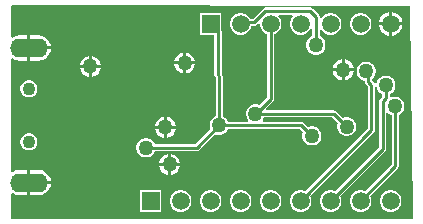
<source format=gbl>
G04*
G04 #@! TF.GenerationSoftware,Altium Limited,Altium Designer,21.6.1 (37)*
G04*
G04 Layer_Physical_Order=2*
G04 Layer_Color=16711680*
%FSLAX44Y44*%
%MOMM*%
G71*
G04*
G04 #@! TF.SameCoordinates,C135475F-75A8-4638-86A0-0441CF34CE4C*
G04*
G04*
G04 #@! TF.FilePolarity,Positive*
G04*
G01*
G75*
%ADD32C,0.2540*%
%ADD33C,1.1000*%
%ADD34O,3.2000X1.6000*%
%ADD35R,1.5000X1.5000*%
%ADD36C,1.5000*%
%ADD37C,1.2700*%
G36*
X593000Y435000D02*
X595000Y257000D01*
Y255000D01*
X255000D01*
Y276150D01*
X256139Y276712D01*
X256684Y276293D01*
X259249Y275231D01*
X262000Y274869D01*
X268730D01*
Y285500D01*
Y296131D01*
X262000D01*
X259249Y295769D01*
X256684Y294707D01*
X256139Y294288D01*
X255000Y294850D01*
Y390150D01*
X256139Y390712D01*
X256684Y390293D01*
X259249Y389231D01*
X262000Y388869D01*
X268730D01*
Y399500D01*
Y410131D01*
X262000D01*
X259249Y409769D01*
X256684Y408707D01*
X256139Y408288D01*
X255000Y408850D01*
Y435346D01*
X256270Y435999D01*
X593000Y435000D01*
D02*
G37*
%LPC*%
G36*
X508230Y433788D02*
X470139D01*
X468984Y433558D01*
X468005Y432904D01*
X459260Y424159D01*
X457410D01*
X456554Y425643D01*
X454843Y427354D01*
X452747Y428564D01*
X450410Y429190D01*
X447990D01*
X445653Y428564D01*
X443557Y427354D01*
X441846Y425643D01*
X440636Y423547D01*
X440010Y421210D01*
Y418790D01*
X440636Y416453D01*
X441846Y414357D01*
X443557Y412646D01*
X445653Y411436D01*
X447990Y410810D01*
X450410D01*
X452747Y411436D01*
X454843Y412646D01*
X456554Y414357D01*
X457764Y416453D01*
X458211Y418123D01*
X460510D01*
X461665Y418353D01*
X462644Y419007D01*
X464140Y420503D01*
X465410Y419977D01*
Y418790D01*
X466036Y416453D01*
X467246Y414357D01*
X468957Y412646D01*
X471053Y411436D01*
X471582Y411295D01*
Y357850D01*
X464957Y351225D01*
X464880Y351269D01*
X462835Y351817D01*
X460718D01*
X458674Y351269D01*
X456840Y350210D01*
X455343Y348713D01*
X454285Y346880D01*
X453737Y344835D01*
Y342718D01*
X454285Y340673D01*
X455343Y338840D01*
X455801Y338383D01*
X455275Y337113D01*
X438515D01*
X438492Y337198D01*
X437434Y339031D01*
X435937Y340528D01*
X434103Y341587D01*
X434018Y341609D01*
Y375794D01*
X433788Y376949D01*
X433134Y377928D01*
X433048Y378014D01*
Y413770D01*
X432990Y414062D01*
Y429190D01*
X414610D01*
Y410810D01*
X427012D01*
Y376764D01*
X427242Y375609D01*
X427896Y374630D01*
X427982Y374544D01*
Y341609D01*
X427897Y341587D01*
X426063Y340528D01*
X424566Y339031D01*
X423508Y337198D01*
X422960Y335153D01*
Y333036D01*
X423508Y330991D01*
X423552Y330915D01*
X410655Y318018D01*
X376515D01*
X376492Y318103D01*
X375434Y319937D01*
X373937Y321434D01*
X372103Y322492D01*
X370059Y323040D01*
X367942D01*
X365897Y322492D01*
X364063Y321434D01*
X362566Y319937D01*
X361508Y318103D01*
X360960Y316059D01*
Y313941D01*
X361508Y311897D01*
X362566Y310063D01*
X364063Y308566D01*
X365897Y307508D01*
X367942Y306960D01*
X370059D01*
X372103Y307508D01*
X373937Y308566D01*
X375434Y310063D01*
X376492Y311897D01*
X376515Y311982D01*
X411905D01*
X413060Y312212D01*
X414039Y312866D01*
X427820Y326647D01*
X427897Y326603D01*
X429941Y326055D01*
X432058D01*
X434103Y326603D01*
X435937Y327661D01*
X437434Y329158D01*
X438492Y330991D01*
X438515Y331077D01*
X499260D01*
X502054Y328283D01*
X502010Y328206D01*
X501462Y326161D01*
Y324044D01*
X502010Y322000D01*
X503069Y320166D01*
X504566Y318669D01*
X506399Y317611D01*
X508444Y317063D01*
X510561D01*
X512606Y317611D01*
X514439Y318669D01*
X515936Y320166D01*
X516994Y322000D01*
X517542Y324044D01*
Y326161D01*
X516994Y328206D01*
X515936Y330039D01*
X514439Y331536D01*
X512606Y332595D01*
X510561Y333143D01*
X508444D01*
X506399Y332595D01*
X506323Y332551D01*
X502645Y336229D01*
X501665Y336883D01*
X500510Y337113D01*
X468279D01*
X467753Y338383D01*
X468210Y338840D01*
X469269Y340673D01*
X469292Y340759D01*
X526973D01*
X531552Y336180D01*
X531508Y336103D01*
X530960Y334058D01*
Y331941D01*
X531508Y329897D01*
X532566Y328063D01*
X534063Y326566D01*
X535897Y325508D01*
X537942Y324960D01*
X540059D01*
X542103Y325508D01*
X543937Y326566D01*
X545434Y328063D01*
X546492Y329897D01*
X547040Y331941D01*
Y334058D01*
X546492Y336103D01*
X545434Y337937D01*
X543937Y339434D01*
X542103Y340492D01*
X540059Y341040D01*
X537942D01*
X535897Y340492D01*
X535820Y340448D01*
X530357Y345911D01*
X529378Y346565D01*
X528223Y346795D01*
X470859D01*
X470333Y348065D01*
X476734Y354466D01*
X477388Y355445D01*
X477618Y356600D01*
Y411295D01*
X478147Y411436D01*
X480243Y412646D01*
X481954Y414357D01*
X483164Y416453D01*
X483790Y418790D01*
Y421210D01*
X483164Y423547D01*
X481954Y425643D01*
X481115Y426482D01*
X481641Y427752D01*
X492959D01*
X493485Y426482D01*
X492646Y425643D01*
X491436Y423547D01*
X490810Y421210D01*
Y418790D01*
X491436Y416453D01*
X492646Y414357D01*
X494357Y412646D01*
X496453Y411436D01*
X498790Y410810D01*
X501210D01*
X503547Y411436D01*
X505643Y412646D01*
X507354Y414357D01*
X508564Y416453D01*
X508712Y417006D01*
X509982Y416839D01*
Y409515D01*
X509897Y409492D01*
X508063Y408434D01*
X506566Y406937D01*
X505508Y405103D01*
X504960Y403059D01*
Y400942D01*
X505508Y398897D01*
X506566Y397063D01*
X508063Y395566D01*
X509897Y394508D01*
X511941Y393960D01*
X514058D01*
X516103Y394508D01*
X517937Y395566D01*
X519434Y397063D01*
X520492Y398897D01*
X521040Y400942D01*
Y403059D01*
X520492Y405103D01*
X519434Y406937D01*
X517937Y408434D01*
X516103Y409492D01*
X516018Y409515D01*
Y415330D01*
X517288Y415671D01*
X518046Y414357D01*
X519757Y412646D01*
X521853Y411436D01*
X524190Y410810D01*
X526610D01*
X528947Y411436D01*
X531043Y412646D01*
X532754Y414357D01*
X533964Y416453D01*
X534590Y418790D01*
Y421210D01*
X533964Y423547D01*
X532754Y425643D01*
X531043Y427354D01*
X528947Y428564D01*
X526610Y429190D01*
X524190D01*
X521853Y428564D01*
X519757Y427354D01*
X518046Y425643D01*
X517288Y424329D01*
X516018Y424670D01*
Y426000D01*
X515788Y427155D01*
X515134Y428134D01*
X510364Y432904D01*
X509385Y433558D01*
X508230Y433788D01*
D02*
G37*
G36*
X577522Y430040D02*
X577470D01*
Y421270D01*
X586240D01*
Y421322D01*
X585556Y423875D01*
X584234Y426165D01*
X582365Y428034D01*
X580075Y429356D01*
X577522Y430040D01*
D02*
G37*
G36*
X574930D02*
X574878D01*
X572325Y429356D01*
X570035Y428034D01*
X568166Y426165D01*
X566844Y423875D01*
X566160Y421322D01*
Y421270D01*
X574930D01*
Y430040D01*
D02*
G37*
G36*
X552010Y429190D02*
X549590D01*
X547253Y428564D01*
X545157Y427354D01*
X543446Y425643D01*
X542236Y423547D01*
X541610Y421210D01*
Y418790D01*
X542236Y416453D01*
X543446Y414357D01*
X545157Y412646D01*
X547253Y411436D01*
X549590Y410810D01*
X552010D01*
X554347Y411436D01*
X556443Y412646D01*
X558154Y414357D01*
X559364Y416453D01*
X559990Y418790D01*
Y421210D01*
X559364Y423547D01*
X558154Y425643D01*
X556443Y427354D01*
X554347Y428564D01*
X552010Y429190D01*
D02*
G37*
G36*
X586240Y418730D02*
X577470D01*
Y409960D01*
X577522D01*
X580075Y410644D01*
X582365Y411966D01*
X584234Y413835D01*
X585556Y416125D01*
X586240Y418678D01*
Y418730D01*
D02*
G37*
G36*
X574930D02*
X566160D01*
Y418678D01*
X566844Y416125D01*
X568166Y413835D01*
X570035Y411966D01*
X572325Y410644D01*
X574878Y409960D01*
X574930D01*
Y418730D01*
D02*
G37*
G36*
X278000Y410131D02*
X271270D01*
Y400770D01*
X288464D01*
X288269Y402252D01*
X287207Y404815D01*
X285517Y407017D01*
X283316Y408707D01*
X280751Y409769D01*
X278000Y410131D01*
D02*
G37*
G36*
X288464Y398230D02*
X271270D01*
Y388869D01*
X278000D01*
X280751Y389231D01*
X283316Y390293D01*
X285517Y391983D01*
X287207Y394184D01*
X288269Y396749D01*
X288464Y398230D01*
D02*
G37*
G36*
X403026Y395668D02*
Y388075D01*
X410620D01*
X410041Y390236D01*
X408870Y392263D01*
X407215Y393919D01*
X405188Y395089D01*
X403026Y395668D01*
D02*
G37*
G36*
X400486D02*
X398325Y395089D01*
X396298Y393919D01*
X394643Y392263D01*
X393472Y390236D01*
X392893Y388075D01*
X400486D01*
Y395668D01*
D02*
G37*
G36*
X323270Y392863D02*
Y385270D01*
X330863D01*
X330284Y387431D01*
X329114Y389459D01*
X327459Y391114D01*
X325431Y392284D01*
X323270Y392863D01*
D02*
G37*
G36*
X320730D02*
X318569Y392284D01*
X316541Y391114D01*
X314886Y389459D01*
X313716Y387431D01*
X313137Y385270D01*
X320730D01*
Y392863D01*
D02*
G37*
G36*
X537270Y389863D02*
Y382270D01*
X544863D01*
X544284Y384431D01*
X543114Y386459D01*
X541459Y388114D01*
X539431Y389284D01*
X537270Y389863D01*
D02*
G37*
G36*
X534730D02*
X532569Y389284D01*
X530541Y388114D01*
X528886Y386459D01*
X527716Y384431D01*
X527137Y382270D01*
X534730D01*
Y389863D01*
D02*
G37*
G36*
X410620Y385535D02*
X403026D01*
Y377942D01*
X405188Y378521D01*
X407215Y379691D01*
X408870Y381346D01*
X410041Y383373D01*
X410620Y385535D01*
D02*
G37*
G36*
X400486D02*
X392893D01*
X393472Y383373D01*
X394643Y381346D01*
X396298Y379691D01*
X398325Y378521D01*
X400486Y377942D01*
Y385535D01*
D02*
G37*
G36*
X330863Y382730D02*
X323270D01*
Y375137D01*
X325431Y375716D01*
X327459Y376886D01*
X329114Y378541D01*
X330284Y380569D01*
X330863Y382730D01*
D02*
G37*
G36*
X320730D02*
X313137D01*
X313716Y380569D01*
X314886Y378541D01*
X316541Y376886D01*
X318569Y375716D01*
X320730Y375137D01*
Y382730D01*
D02*
G37*
G36*
X544863Y379730D02*
X537270D01*
Y372137D01*
X539431Y372716D01*
X541459Y373886D01*
X543114Y375541D01*
X544284Y377569D01*
X544863Y379730D01*
D02*
G37*
G36*
X534730D02*
X527137D01*
X527716Y377569D01*
X528886Y375541D01*
X530541Y373886D01*
X532569Y372716D01*
X534730Y372137D01*
Y379730D01*
D02*
G37*
G36*
X270947Y372190D02*
X269053D01*
X267225Y371700D01*
X265585Y370753D01*
X264247Y369415D01*
X263300Y367775D01*
X262810Y365947D01*
Y364053D01*
X263300Y362225D01*
X264247Y360585D01*
X265585Y359247D01*
X267225Y358300D01*
X269053Y357810D01*
X270947D01*
X272775Y358300D01*
X274415Y359247D01*
X275753Y360585D01*
X276700Y362225D01*
X277190Y364053D01*
Y365947D01*
X276700Y367775D01*
X275753Y369415D01*
X274415Y370753D01*
X272775Y371700D01*
X270947Y372190D01*
D02*
G37*
G36*
X386746Y341339D02*
Y333746D01*
X394339D01*
X393760Y335907D01*
X392590Y337934D01*
X390934Y339590D01*
X388907Y340760D01*
X386746Y341339D01*
D02*
G37*
G36*
X384206D02*
X382044Y340760D01*
X380017Y339590D01*
X378362Y337934D01*
X377192Y335907D01*
X376613Y333746D01*
X384206D01*
Y341339D01*
D02*
G37*
G36*
X394339Y331206D02*
X386746D01*
Y323613D01*
X388907Y324192D01*
X390934Y325362D01*
X392590Y327017D01*
X393760Y329044D01*
X394339Y331206D01*
D02*
G37*
G36*
X384206D02*
X376613D01*
X377192Y329044D01*
X378362Y327017D01*
X380017Y325362D01*
X382044Y324192D01*
X384206Y323613D01*
Y331206D01*
D02*
G37*
G36*
X270947Y327190D02*
X269053D01*
X267225Y326700D01*
X265585Y325753D01*
X264247Y324415D01*
X263300Y322775D01*
X262810Y320947D01*
Y319053D01*
X263300Y317225D01*
X264247Y315585D01*
X265585Y314247D01*
X267225Y313300D01*
X269053Y312810D01*
X270947D01*
X272775Y313300D01*
X274415Y314247D01*
X275753Y315585D01*
X276700Y317225D01*
X277190Y319053D01*
Y320947D01*
X276700Y322775D01*
X275753Y324415D01*
X274415Y325753D01*
X272775Y326700D01*
X270947Y327190D01*
D02*
G37*
G36*
X390270Y309863D02*
Y302270D01*
X397863D01*
X397284Y304431D01*
X396114Y306459D01*
X394459Y308114D01*
X392431Y309284D01*
X390270Y309863D01*
D02*
G37*
G36*
X387730D02*
X385569Y309284D01*
X383541Y308114D01*
X381886Y306459D01*
X380716Y304431D01*
X380137Y302270D01*
X387730D01*
Y309863D01*
D02*
G37*
G36*
X397863Y299730D02*
X390270D01*
Y292137D01*
X392431Y292716D01*
X394459Y293886D01*
X396114Y295541D01*
X397284Y297569D01*
X397863Y299730D01*
D02*
G37*
G36*
X387730D02*
X380137D01*
X380716Y297569D01*
X381886Y295541D01*
X383541Y293886D01*
X385569Y292716D01*
X387730Y292137D01*
Y299730D01*
D02*
G37*
G36*
X278000Y296131D02*
X271270D01*
Y286770D01*
X288464D01*
X288269Y288251D01*
X287207Y290816D01*
X285517Y293017D01*
X283316Y294707D01*
X280751Y295769D01*
X278000Y296131D01*
D02*
G37*
G36*
X556530Y387880D02*
X554413D01*
X552368Y387332D01*
X550535Y386274D01*
X549038Y384777D01*
X547980Y382943D01*
X547432Y380899D01*
Y378782D01*
X547980Y376737D01*
X549038Y374903D01*
X550535Y373406D01*
X552368Y372348D01*
X554398Y371804D01*
Y370994D01*
X554627Y369839D01*
X555282Y368860D01*
X556982Y367160D01*
Y331250D01*
X504022Y278290D01*
X503547Y278564D01*
X501210Y279190D01*
X498790D01*
X496453Y278564D01*
X494357Y277354D01*
X492646Y275643D01*
X491436Y273547D01*
X490810Y271210D01*
Y268790D01*
X491436Y266453D01*
X492646Y264357D01*
X494357Y262646D01*
X496453Y261436D01*
X498790Y260810D01*
X501210D01*
X503547Y261436D01*
X505643Y262646D01*
X507354Y264357D01*
X508564Y266453D01*
X509190Y268790D01*
Y271210D01*
X508564Y273547D01*
X508290Y274022D01*
X562134Y327866D01*
X562788Y328845D01*
X563018Y330000D01*
Y366496D01*
X564288Y366663D01*
X564786Y364806D01*
X565844Y362973D01*
X567341Y361476D01*
X569174Y360417D01*
X569260Y360394D01*
Y358376D01*
X567386Y356502D01*
X566732Y355523D01*
X566502Y354368D01*
Y315370D01*
X529422Y278290D01*
X528947Y278564D01*
X526610Y279190D01*
X524190D01*
X521853Y278564D01*
X519757Y277354D01*
X518046Y275643D01*
X516836Y273547D01*
X516210Y271210D01*
Y268790D01*
X516836Y266453D01*
X518046Y264357D01*
X519757Y262646D01*
X521853Y261436D01*
X524190Y260810D01*
X526610D01*
X528947Y261436D01*
X531043Y262646D01*
X532754Y264357D01*
X533964Y266453D01*
X534590Y268790D01*
Y271210D01*
X533964Y273547D01*
X533690Y274022D01*
X571654Y311986D01*
X572308Y312965D01*
X572538Y314120D01*
Y344136D01*
X573808Y344662D01*
X574743Y343726D01*
X576577Y342668D01*
X576982Y342559D01*
Y300450D01*
X554822Y278290D01*
X554347Y278564D01*
X552010Y279190D01*
X549590D01*
X547253Y278564D01*
X545157Y277354D01*
X543446Y275643D01*
X542236Y273547D01*
X541610Y271210D01*
Y268790D01*
X542236Y266453D01*
X543446Y264357D01*
X545157Y262646D01*
X547253Y261436D01*
X549590Y260810D01*
X552010D01*
X554347Y261436D01*
X556443Y262646D01*
X558154Y264357D01*
X559364Y266453D01*
X559990Y268790D01*
Y271210D01*
X559364Y273547D01*
X559090Y274022D01*
X582134Y297066D01*
X582788Y298045D01*
X583018Y299200D01*
Y342803D01*
X584617Y343726D01*
X586114Y345223D01*
X587172Y347057D01*
X587720Y349101D01*
Y351218D01*
X587172Y353263D01*
X586114Y355097D01*
X584617Y356594D01*
X582783Y357652D01*
X580738Y358200D01*
X578621D01*
X576577Y357652D01*
X576566Y357646D01*
X575296Y358379D01*
Y360394D01*
X575381Y360417D01*
X577214Y361476D01*
X578711Y362973D01*
X579770Y364806D01*
X580318Y366851D01*
Y368968D01*
X579770Y371012D01*
X578711Y372846D01*
X577214Y374343D01*
X575381Y375401D01*
X573336Y375949D01*
X571219D01*
X569174Y375401D01*
X567341Y374343D01*
X565844Y372846D01*
X564786Y371012D01*
X564238Y368968D01*
Y368788D01*
X562968Y368663D01*
X562788Y369565D01*
X562134Y370544D01*
X560434Y372244D01*
Y373432D01*
X561905Y374903D01*
X562964Y376737D01*
X563512Y378782D01*
Y380899D01*
X562964Y382943D01*
X561905Y384777D01*
X560408Y386274D01*
X558575Y387332D01*
X556530Y387880D01*
D02*
G37*
G36*
X288464Y284230D02*
X271270D01*
Y274869D01*
X278000D01*
X280751Y275231D01*
X283316Y276293D01*
X285517Y277983D01*
X287207Y280185D01*
X288269Y282749D01*
X288464Y284230D01*
D02*
G37*
G36*
X577410Y279190D02*
X574990D01*
X572653Y278564D01*
X570557Y277354D01*
X568846Y275643D01*
X567636Y273547D01*
X567010Y271210D01*
Y268790D01*
X567636Y266453D01*
X568846Y264357D01*
X570557Y262646D01*
X572653Y261436D01*
X574990Y260810D01*
X577410D01*
X579747Y261436D01*
X581843Y262646D01*
X583554Y264357D01*
X584764Y266453D01*
X585390Y268790D01*
Y271210D01*
X584764Y273547D01*
X583554Y275643D01*
X581843Y277354D01*
X579747Y278564D01*
X577410Y279190D01*
D02*
G37*
G36*
X475810D02*
X473390D01*
X471053Y278564D01*
X468957Y277354D01*
X467246Y275643D01*
X466036Y273547D01*
X465410Y271210D01*
Y268790D01*
X466036Y266453D01*
X467246Y264357D01*
X468957Y262646D01*
X471053Y261436D01*
X473390Y260810D01*
X475810D01*
X478147Y261436D01*
X480243Y262646D01*
X481954Y264357D01*
X483164Y266453D01*
X483790Y268790D01*
Y271210D01*
X483164Y273547D01*
X481954Y275643D01*
X480243Y277354D01*
X478147Y278564D01*
X475810Y279190D01*
D02*
G37*
G36*
X450410D02*
X447990D01*
X445653Y278564D01*
X443557Y277354D01*
X441846Y275643D01*
X440636Y273547D01*
X440010Y271210D01*
Y268790D01*
X440636Y266453D01*
X441846Y264357D01*
X443557Y262646D01*
X445653Y261436D01*
X447990Y260810D01*
X450410D01*
X452747Y261436D01*
X454843Y262646D01*
X456554Y264357D01*
X457764Y266453D01*
X458390Y268790D01*
Y271210D01*
X457764Y273547D01*
X456554Y275643D01*
X454843Y277354D01*
X452747Y278564D01*
X450410Y279190D01*
D02*
G37*
G36*
X425010D02*
X422590D01*
X420253Y278564D01*
X418157Y277354D01*
X416446Y275643D01*
X415236Y273547D01*
X414610Y271210D01*
Y268790D01*
X415236Y266453D01*
X416446Y264357D01*
X418157Y262646D01*
X420253Y261436D01*
X422590Y260810D01*
X425010D01*
X427347Y261436D01*
X429443Y262646D01*
X431154Y264357D01*
X432364Y266453D01*
X432990Y268790D01*
Y271210D01*
X432364Y273547D01*
X431154Y275643D01*
X429443Y277354D01*
X427347Y278564D01*
X425010Y279190D01*
D02*
G37*
G36*
X399610D02*
X397190D01*
X394853Y278564D01*
X392757Y277354D01*
X391046Y275643D01*
X389836Y273547D01*
X389210Y271210D01*
Y268790D01*
X389836Y266453D01*
X391046Y264357D01*
X392757Y262646D01*
X394853Y261436D01*
X397190Y260810D01*
X399610D01*
X401947Y261436D01*
X404043Y262646D01*
X405754Y264357D01*
X406964Y266453D01*
X407590Y268790D01*
Y271210D01*
X406964Y273547D01*
X405754Y275643D01*
X404043Y277354D01*
X401947Y278564D01*
X399610Y279190D01*
D02*
G37*
G36*
X382190D02*
X363810D01*
Y260810D01*
X382190D01*
Y279190D01*
D02*
G37*
%LPD*%
D32*
X461777Y343777D02*
X528223D01*
X539000Y333000D01*
X461888Y343888D02*
X474600Y356600D01*
X500510Y334095D02*
X509502Y325103D01*
X431000Y334095D02*
X500510D01*
X423800Y420000D02*
X430030Y413770D01*
Y376764D02*
Y413770D01*
Y376764D02*
X431000Y375794D01*
Y334095D02*
Y375794D01*
X508230Y430770D02*
X513000Y426000D01*
X460510Y421141D02*
X470139Y430770D01*
X508230D01*
X450341Y421141D02*
X460510D01*
X449200Y420000D02*
X450341Y421141D01*
X513000Y402000D02*
Y426000D01*
X369000Y315000D02*
X411905D01*
X431000Y334095D01*
X474600Y356600D02*
Y420000D01*
X579680Y350160D02*
X580000Y349840D01*
X569520Y314120D02*
Y354368D01*
X572278Y357126D02*
Y367909D01*
X569520Y354368D02*
X572278Y357126D01*
X525400Y270000D02*
X569520Y314120D01*
X580000Y299200D02*
Y349840D01*
X500000Y270000D02*
X560000Y330000D01*
X557416Y370994D02*
X560000Y368410D01*
X557416Y370994D02*
Y377896D01*
X555472Y379840D02*
X557416Y377896D01*
X560000Y330000D02*
Y368410D01*
X550800Y270000D02*
X580000Y299200D01*
D33*
X270000Y365000D02*
D03*
Y320000D02*
D03*
D34*
Y399500D02*
D03*
Y285500D02*
D03*
D35*
X373000Y270000D02*
D03*
X423800Y420000D02*
D03*
D36*
Y270000D02*
D03*
X449200D02*
D03*
X474600D02*
D03*
X500000D02*
D03*
X525400D02*
D03*
X550800D02*
D03*
X576200D02*
D03*
X398400D02*
D03*
X576200Y420000D02*
D03*
X550800D02*
D03*
X525400D02*
D03*
X500000D02*
D03*
X449200D02*
D03*
X474600D02*
D03*
D37*
X385476Y332476D02*
D03*
X539000Y333000D02*
D03*
X509502Y325103D02*
D03*
X369000Y315000D02*
D03*
X401756Y386805D02*
D03*
X536000Y381000D02*
D03*
X389000Y301000D02*
D03*
X513000Y402000D02*
D03*
X322000Y384000D02*
D03*
X431000Y334095D02*
D03*
X461777Y343777D02*
D03*
X579680Y350160D02*
D03*
X555472Y379840D02*
D03*
X572278Y367909D02*
D03*
M02*

</source>
